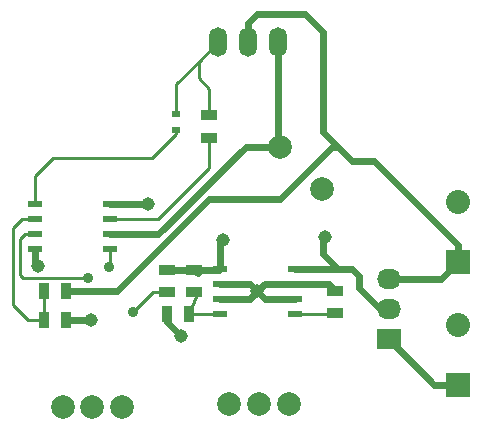
<source format=gbr>
G04 #@! TF.FileFunction,Copper,L1,Top,Signal*
%FSLAX46Y46*%
G04 Gerber Fmt 4.6, Leading zero omitted, Abs format (unit mm)*
G04 Created by KiCad (PCBNEW 0.201503020946+5465~21~ubuntu14.04.1-product) date Mon 02 Mar 2015 21:37:45 CET*
%MOMM*%
G01*
G04 APERTURE LIST*
%ADD10C,0.100000*%
%ADD11R,0.700000X0.600000*%
%ADD12O,1.501140X2.499360*%
%ADD13R,1.397000X0.889000*%
%ADD14R,0.889000X1.397000*%
%ADD15R,1.143000X0.508000*%
%ADD16R,2.032000X2.032000*%
%ADD17O,2.032000X2.032000*%
%ADD18R,2.032000X1.727200*%
%ADD19O,2.032000X1.727200*%
%ADD20C,2.000000*%
%ADD21C,1.998980*%
%ADD22C,1.143000*%
%ADD23C,0.889000*%
%ADD24C,0.609600*%
%ADD25C,0.254000*%
G04 APERTURE END LIST*
D10*
D11*
X110744000Y-64451000D03*
X110744000Y-65851000D03*
D12*
X116840000Y-58420000D03*
X114300000Y-58420000D03*
X119380000Y-58420000D03*
D13*
X113538000Y-64579500D03*
X113538000Y-66484500D03*
X109982000Y-77660500D03*
X109982000Y-79565500D03*
D14*
X101409500Y-79502000D03*
X99504500Y-79502000D03*
X99504500Y-81915000D03*
X101409500Y-81915000D03*
D13*
X112268000Y-77660500D03*
X112268000Y-79565500D03*
X124206000Y-81343500D03*
X124206000Y-79438500D03*
D14*
X111823500Y-81407000D03*
X109918500Y-81407000D03*
D15*
X105156000Y-72136000D03*
X105156000Y-73406000D03*
X105156000Y-74676000D03*
X105156000Y-75946000D03*
X98806000Y-75946000D03*
X98806000Y-74676000D03*
X98806000Y-73406000D03*
X98806000Y-72136000D03*
X120777000Y-77597000D03*
X120777000Y-78867000D03*
X120777000Y-80137000D03*
X120777000Y-81407000D03*
X114427000Y-81407000D03*
X114427000Y-80137000D03*
X114427000Y-78867000D03*
X114427000Y-77597000D03*
D16*
X134620000Y-87439500D03*
D17*
X134620000Y-82359500D03*
D16*
X134620000Y-77025500D03*
D17*
X134620000Y-71945500D03*
D18*
X128714500Y-83566000D03*
D19*
X128714500Y-81026000D03*
X128714500Y-78486000D03*
D20*
X120229000Y-89027000D03*
X117729000Y-89027000D03*
X115229000Y-89027000D03*
X106132000Y-89281000D03*
X103632000Y-89281000D03*
X101132000Y-89281000D03*
D21*
X119517686Y-67257186D03*
X123054110Y-70793610D03*
D22*
X108331000Y-72136000D03*
X114681000Y-75184000D03*
X117602000Y-79502000D03*
X111125000Y-83312000D03*
X99060000Y-77343000D03*
X103505000Y-81915000D03*
X123317000Y-74930000D03*
D23*
X105029000Y-77470000D03*
X107061000Y-81280000D03*
X103251000Y-78359000D03*
D24*
X110109000Y-77533500D02*
X109982000Y-77660500D01*
X112585500Y-77978000D02*
X112268000Y-77660500D01*
X108331000Y-72136000D02*
X105156000Y-72136000D01*
X109982000Y-77660500D02*
X112268000Y-77660500D01*
X114363500Y-77660500D02*
X114427000Y-77597000D01*
X109982000Y-77660500D02*
X114363500Y-77660500D01*
X114427000Y-75438000D02*
X114681000Y-75184000D01*
X114427000Y-77597000D02*
X114427000Y-75438000D01*
X120777000Y-78867000D02*
X118237000Y-78867000D01*
X116967000Y-80137000D02*
X117602000Y-79502000D01*
X114427000Y-80137000D02*
X116967000Y-80137000D01*
X116967000Y-78867000D02*
X114427000Y-78867000D01*
X116967000Y-78867000D02*
X117602000Y-79502000D01*
X118237000Y-80137000D02*
X117602000Y-79502000D01*
X120777000Y-80137000D02*
X118237000Y-80137000D01*
X118237000Y-78867000D02*
X117602000Y-79502000D01*
X109918500Y-81407000D02*
X109918500Y-82105500D01*
X109918500Y-82105500D02*
X111125000Y-83312000D01*
X120777000Y-78867000D02*
X123634500Y-78867000D01*
X123634500Y-78867000D02*
X124206000Y-79438500D01*
X98806000Y-75946000D02*
X98806000Y-77089000D01*
X98806000Y-77089000D02*
X99060000Y-77343000D01*
X101409500Y-81915000D02*
X103505000Y-81915000D01*
X109918500Y-81407000D02*
X109918500Y-81978500D01*
X120751600Y-78841600D02*
X120777000Y-78867000D01*
X124460000Y-77597000D02*
X120777000Y-77597000D01*
X125603000Y-77597000D02*
X124460000Y-77597000D01*
X126238000Y-78232000D02*
X125603000Y-77597000D01*
X126238000Y-79248000D02*
X126238000Y-78232000D01*
X128016000Y-81026000D02*
X126238000Y-79248000D01*
X128714500Y-81026000D02*
X128016000Y-81026000D01*
X123317000Y-74930000D02*
X123190000Y-75057000D01*
X123190000Y-75057000D02*
X123190000Y-76327000D01*
X123190000Y-76327000D02*
X124460000Y-77597000D01*
D25*
X113538000Y-64579500D02*
X113538000Y-62357000D01*
X112649000Y-61468000D02*
X112649000Y-60071000D01*
X113538000Y-62357000D02*
X112649000Y-61468000D01*
X110744000Y-61976000D02*
X112649000Y-60071000D01*
X112649000Y-60071000D02*
X114300000Y-58420000D01*
X110744000Y-64451000D02*
X110744000Y-61976000D01*
X110744000Y-65851000D02*
X110744000Y-66040000D01*
X110744000Y-66167000D02*
X108712000Y-68199000D01*
X108712000Y-68199000D02*
X100330000Y-68199000D01*
X100330000Y-68199000D02*
X98806000Y-69723000D01*
X98806000Y-69723000D02*
X98806000Y-72136000D01*
X110744000Y-65851000D02*
X110744000Y-66167000D01*
D24*
X132588000Y-87439500D02*
X128714500Y-83566000D01*
X134620000Y-87439500D02*
X132588000Y-87439500D01*
X134620000Y-77025500D02*
X134620000Y-75565000D01*
X116840000Y-56769000D02*
X116840000Y-58420000D01*
X117602000Y-56007000D02*
X116840000Y-56769000D01*
X121666000Y-56007000D02*
X117602000Y-56007000D01*
X123190000Y-57531000D02*
X121666000Y-56007000D01*
X123190000Y-66040000D02*
X123190000Y-57531000D01*
X125603000Y-68453000D02*
X124637800Y-67487800D01*
X124079000Y-66929000D02*
X123190000Y-66040000D01*
X127508000Y-68453000D02*
X125603000Y-68453000D01*
X134620000Y-75565000D02*
X127508000Y-68453000D01*
X133159500Y-78486000D02*
X134620000Y-77025500D01*
X128714500Y-78486000D02*
X133159500Y-78486000D01*
X124399040Y-67249040D02*
X123949460Y-67249040D01*
X124637800Y-67487800D02*
X124399040Y-67249040D01*
X124399040Y-67249040D02*
X124079000Y-66929000D01*
X105687170Y-79502000D02*
X102463600Y-79502000D01*
X113497670Y-71691500D02*
X105687170Y-79502000D01*
X119507000Y-71691500D02*
X113497670Y-71691500D01*
X102463600Y-79502000D02*
X101409500Y-79502000D01*
X123949460Y-67249040D02*
X119507000Y-71691500D01*
X119380000Y-67119500D02*
X119517686Y-67257186D01*
X119380000Y-58420000D02*
X119380000Y-67119500D01*
X116638814Y-67257186D02*
X109220000Y-74676000D01*
X109220000Y-74676000D02*
X105156000Y-74676000D01*
X119517686Y-67257186D02*
X116638814Y-67257186D01*
D25*
X109220000Y-73406000D02*
X113538000Y-69088000D01*
X113538000Y-69088000D02*
X113538000Y-66484500D01*
X105156000Y-73406000D02*
X109220000Y-73406000D01*
X114300000Y-81534000D02*
X114427000Y-81407000D01*
X112458500Y-79756000D02*
X112268000Y-79565500D01*
X111823500Y-81407000D02*
X114427000Y-81407000D01*
X112458500Y-79756000D02*
X112268000Y-79565500D01*
X111823500Y-81407000D02*
X112458500Y-79756000D01*
X120777000Y-81407000D02*
X124142500Y-81407000D01*
X124142500Y-81407000D02*
X124206000Y-81343500D01*
X120840500Y-81343500D02*
X120777000Y-81407000D01*
X105029000Y-77470000D02*
X105156000Y-77343000D01*
X105156000Y-77343000D02*
X105156000Y-75946000D01*
X108775500Y-79565500D02*
X107061000Y-81280000D01*
X109982000Y-79565500D02*
X108775500Y-79565500D01*
X98806000Y-74676000D02*
X97917000Y-74676000D01*
X97790000Y-78359000D02*
X103251000Y-78359000D01*
X97536000Y-78105000D02*
X97790000Y-78359000D01*
X97536000Y-75057000D02*
X97536000Y-78105000D01*
X97917000Y-74676000D02*
X97536000Y-75057000D01*
X98806000Y-74676000D02*
X98425000Y-74676000D01*
X99631500Y-81788000D02*
X99504500Y-81915000D01*
X98171000Y-81915000D02*
X96901000Y-80645000D01*
X96901000Y-80645000D02*
X96901000Y-74168000D01*
X96901000Y-74168000D02*
X97663000Y-73406000D01*
X97663000Y-73406000D02*
X98806000Y-73406000D01*
X99504500Y-81915000D02*
X98171000Y-81915000D01*
X99504500Y-79502000D02*
X99504500Y-81915000D01*
M02*

</source>
